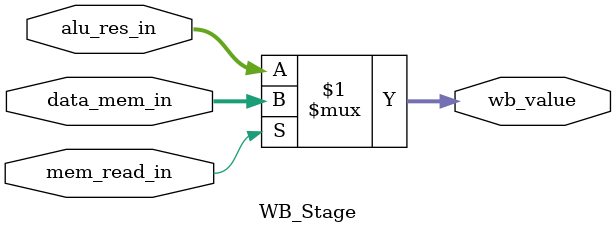
<source format=v>
module WB_Stage (
	input mem_read_in,
	input [31:0] alu_res_in,
	input [31:0] data_mem_in,
	output [31:0] wb_value
);
	assign wb_value = mem_read_in ? data_mem_in : alu_res_in;
endmodule
</source>
